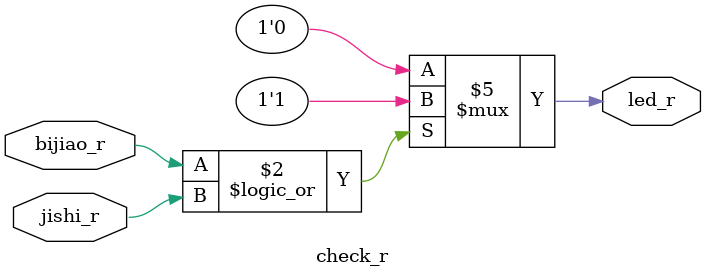
<source format=v>
`timescale 1ns / 1ps

module check_r(input bijiao_r, jishi_r,
               output reg led_r);
initial
begin
    led_r = 0;
end

always@(*)
begin
    if(bijiao_r || jishi_r) led_r = 1;
    else led_r = 0;
end
endmodule

</source>
